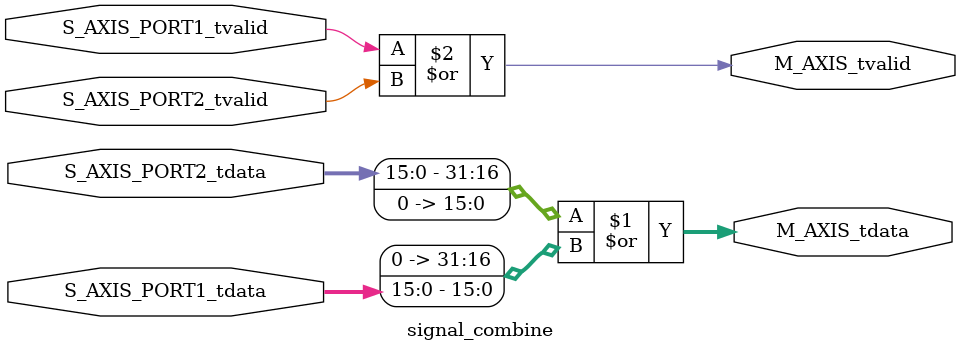
<source format=v>
`timescale 1ns / 1ps


module signal_combine #
(
    parameter DAC_DATA_WIDTH = 16,
    parameter AXIS_TDATA_WIDTH = 32
)
(
    (* X_INTERFACE_PARAMETER = "FREQ_HZ 125000000" *)
    input wire [AXIS_TDATA_WIDTH-1:0]  S_AXIS_PORT1_tdata,
    input wire                         S_AXIS_PORT1_tvalid,
    (* X_INTERFACE_PARAMETER = "FREQ_HZ 125000000" *)
    input wire [AXIS_TDATA_WIDTH-1:0]  S_AXIS_PORT2_tdata,
    input wire                         S_AXIS_PORT2_tvalid,
    (* X_INTERFACE_PARAMETER = "FREQ_HZ 125000000" *)
    output wire [AXIS_TDATA_WIDTH-1:0]  M_AXIS_tdata,
    output wire                         M_AXIS_tvalid
);
        
//    assign M_AXIS_tdata = {{{AXIS_TDATA_WIDTH/2-DAC_DATA_WIDTH{S_AXIS_PORT2_tdata[DAC_DATA_WIDTH]}},S_AXIS_PORT2_tdata[DAC_DATA_WIDTH-1:0]},{{AXIS_TDATA_WIDTH/2-DAC_DATA_WIDTH{S_AXIS_PORT1_tdata[DAC_DATA_WIDTH-1]}},S_AXIS_PORT1_tdata[DAC_DATA_WIDTH-1:0]}};
//    assign M_AXIS_tdata = {S_AXIS_PORT2_tdata[AXIS_TDATA_WIDTH/2-1:0],{AXIS_TDATA_WIDTH/2{1'b0}}} | {{AXIS_TDATA_WIDTH/2{1'b0}},S_AXIS_PORT1_tdata[AXIS_TDATA_WIDTH/2-1:0]};
    assign M_AXIS_tdata = {S_AXIS_PORT2_tdata[AXIS_TDATA_WIDTH/2-1:0],{AXIS_TDATA_WIDTH/2{1'b0}}} | {{AXIS_TDATA_WIDTH/2{1'b0}},S_AXIS_PORT1_tdata[AXIS_TDATA_WIDTH/2-1:0]};
    assign M_AXIS_tvalid = S_AXIS_PORT1_tvalid | S_AXIS_PORT2_tvalid;


endmodule

</source>
